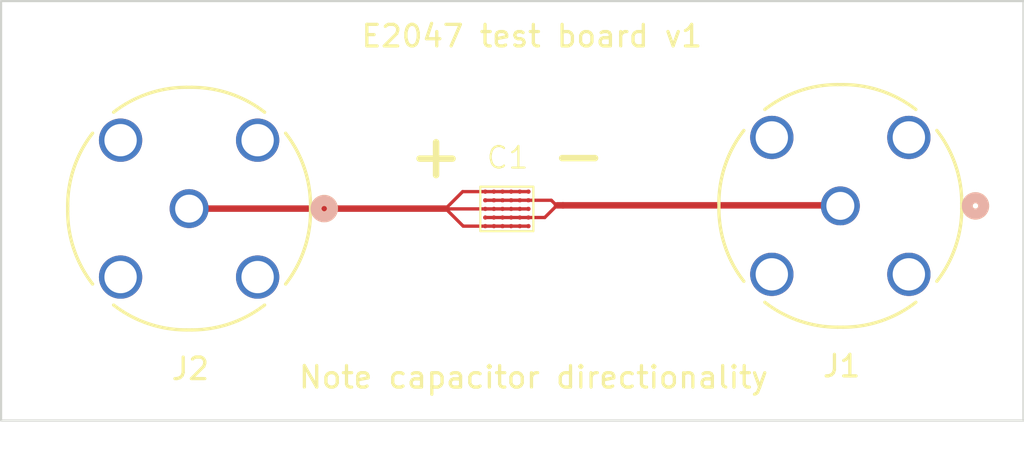
<source format=kicad_pcb>
(kicad_pcb (version 20221018) (generator pcbnew)
  (layers (0 "F.Cu" signal) (31 "B.Cu" signal) (34 "B.Paste" user) (35 "F.Paste" user) (36 "B.SilkS" user "B.Silkscreen") (37 "F.SilkS" user "F.Silkscreen") (38 "B.Mask" user) (39 "F.Mask" user) (44 "Edge.Cuts" user))
  (net 0 "")
  (net 1 "Net-(C1-Pad1)")
  (net 2 "Net-(C1-Pad2)")
  (footprint "Custom:CONN_112404_AMP" (layer "F.Cu") (at 129.2606 69.7992)
    (fp_text reference "J2" (at 0.06 7.43 unlocked) (layer "F.SilkS"))
    (fp_text value "112404")
    (fp_circle (center 6.2611 0) (end 6.6421 0) (stroke (width 0.508)) (fill none) (layer "B.SilkS"))
    (fp_line (start -5.6261 -0.127) (end -5.6261 0.127) (stroke (width 0.1524)) (layer "F.SilkS"))
    (fp_line (start -0.127 5.6261) (end 0.127 5.6261) (stroke (width 0.1524)) (layer "F.SilkS"))
    (fp_line (start 0.127 -5.6261) (end -0.127 -5.6261) (stroke (width 0.1524)) (layer "F.SilkS"))
    (fp_line (start 5.6261 0.127) (end 5.6261 -0.127) (stroke (width 0.1524)) (layer "F.SilkS"))
    (fp_arc (start -5.6261 -0.126996) (mid -5.329389 -1.908925) (end -4.47127 -3.49856) (stroke (width 0.1524)) (layer "F.SilkS"))
    (fp_arc (start -4.471268 3.498563) (mid -5.329387 1.908928) (end -5.6261 0.127) (stroke (width 0.1524)) (layer "F.SilkS"))
    (fp_arc (start -3.498563 -4.471268) (mid -1.908928 -5.329387) (end -0.127 -5.6261) (stroke (width 0.1524)) (layer "F.SilkS"))
    (fp_arc (start -0.126996 5.6261) (mid -1.908925 5.329389) (end -3.49856 4.47127) (stroke (width 0.1524)) (layer "F.SilkS"))
    (fp_arc (start 0.127 -5.6261) (mid 1.908928 -5.329387) (end 3.498563 -4.471268) (stroke (width 0.1524)) (layer "F.SilkS"))
    (fp_arc (start 3.498563 4.471268) (mid 1.908928 5.329387) (end 0.127 5.6261) (stroke (width 0.1524)) (layer "F.SilkS"))
    (fp_arc (start 4.471268 -3.498563) (mid 5.329387 -1.908928) (end 5.6261 -0.127) (stroke (width 0.1524)) (layer "F.SilkS"))
    (fp_arc (start 5.6261 0.127) (mid 5.329388 1.908926) (end 4.471271 3.498559) (stroke (width 0.1524)) (layer "F.SilkS"))
    (fp_circle (center 6.2611 0) (end 6.6421 0) (stroke (width 0.508)) (fill none) (layer "F.SilkS"))
    (pad "1" thru_hole circle (at 0 0) (size 1.8034 1.8034) (drill 1.2954) (layers "*.Cu" "*.Mask") (net 1 "Net-(C1-Pad1)"))
    (pad "2" thru_hole circle (at -3.175 -3.175) (size 2.0066 2.0066) (drill 1.4986) (layers "*.Cu" "*.Mask"))
    (pad "3" thru_hole circle (at 3.175 -3.175) (size 2.0066 2.0066) (drill 1.4986) (layers "*.Cu" "*.Mask"))
    (pad "4" thru_hole circle (at -3.175 3.175) (size 2.0066 2.0066) (drill 1.4986) (layers "*.Cu" "*.Mask"))
    (pad "5" thru_hole circle (at 3.175 3.175) (size 2.0066 2.0066) (drill 1.4986) (layers "*.Cu" "*.Mask"))
  )
  (footprint "Custom:EC2047 parallel" (layer "F.Cu") (at 143.9832 70.612)
    (fp_text reference "C1" (at 0.0348 -3.175 unlocked) (layer "F.SilkS") (effects (font (thickness 0.1))))
    (fp_text value "C_Polarized")
    (fp_rect (start -1.229 -1.832) (end 1.229 0.233) (stroke (width 0.1)) (fill none) (layer "F.SilkS"))
    (pad "1" smd circle (at 1 0) (size 0.2 0.2) (layers "F.Cu" "F.Paste" "F.Mask") (net 1 "Net-(C1-Pad1)"))
    (pad "2" smd circle (at 0.6 0) (size 0.2 0.2) (layers "F.Cu" "F.Paste" "F.Mask") (net 1 "Net-(C1-Pad1)"))
    (pad "3" smd circle (at 0.2 0) (size 0.2 0.2) (layers "F.Cu" "F.Paste" "F.Mask") (net 1 "Net-(C1-Pad1)"))
    (pad "4" smd circle (at -0.2 0) (size 0.2 0.2) (layers "F.Cu" "F.Paste" "F.Mask") (net 1 "Net-(C1-Pad1)"))
    (pad "5" smd circle (at -0.6 0) (size 0.2 0.2) (layers "F.Cu" "F.Paste" "F.Mask") (net 1 "Net-(C1-Pad1)"))
    (pad "6" smd circle (at -1 0) (size 0.2 0.2) (layers "F.Cu" "F.Paste" "F.Mask") (net 1 "Net-(C1-Pad1)"))
    (pad "7" smd circle (at 1 -0.4) (size 0.2 0.2) (layers "F.Cu" "F.Paste" "F.Mask") (net 2 "Net-(C1-Pad2)"))
    (pad "8" smd circle (at 0.6 -0.4) (size 0.2 0.2) (layers "F.Cu" "F.Paste" "F.Mask") (net 2 "Net-(C1-Pad2)"))
    (pad "9" smd circle (at 0.2 -0.4) (size 0.2 0.2) (layers "F.Cu" "F.Paste" "F.Mask") (net 2 "Net-(C1-Pad2)"))
    (pad "10" smd circle (at -0.2 -0.4) (size 0.2 0.2) (layers "F.Cu" "F.Paste" "F.Mask") (net 2 "Net-(C1-Pad2)"))
    (pad "11" smd circle (at -0.6 -0.4) (size 0.2 0.2) (layers "F.Cu" "F.Paste" "F.Mask") (net 2 "Net-(C1-Pad2)"))
    (pad "12" smd circle (at -1 -0.4) (size 0.2 0.2) (layers "F.Cu" "F.Paste" "F.Mask") (net 2 "Net-(C1-Pad2)"))
    (pad "13" smd circle (at 1 -0.8) (size 0.2 0.2) (layers "F.Cu" "F.Paste" "F.Mask") (net 1 "Net-(C1-Pad1)"))
    (pad "14" smd circle (at 0.6 -0.8) (size 0.2 0.2) (layers "F.Cu" "F.Paste" "F.Mask") (net 1 "Net-(C1-Pad1)"))
    (pad "15" smd circle (at 0.2 -0.8) (size 0.2 0.2) (layers "F.Cu" "F.Paste" "F.Mask") (net 1 "Net-(C1-Pad1)"))
    (pad "16" smd circle (at -0.2 -0.8) (size 0.2 0.2) (layers "F.Cu" "F.Paste" "F.Mask") (net 1 "Net-(C1-Pad1)"))
    (pad "17" smd circle (at -0.6 -0.8) (size 0.2 0.2) (layers "F.Cu" "F.Paste" "F.Mask") (net 1 "Net-(C1-Pad1)"))
    (pad "18" smd circle (at -1 -0.8) (size 0.2 0.2) (layers "F.Cu" "F.Paste" "F.Mask") (net 1 "Net-(C1-Pad1)"))
    (pad "19" smd circle (at 1 -1.2) (size 0.2 0.2) (layers "F.Cu" "F.Paste" "F.Mask") (net 2 "Net-(C1-Pad2)"))
    (pad "20" smd circle (at 0.6 -1.2) (size 0.2 0.2) (layers "F.Cu" "F.Paste" "F.Mask") (net 2 "Net-(C1-Pad2)"))
    (pad "21" smd circle (at 0.2 -1.2) (size 0.2 0.2) (layers "F.Cu" "F.Paste" "F.Mask") (net 2 "Net-(C1-Pad2)"))
    (pad "22" smd circle (at -0.2 -1.2) (size 0.2 0.2) (layers "F.Cu" "F.Paste" "F.Mask") (net 2 "Net-(C1-Pad2)"))
    (pad "23" smd circle (at -0.6 -1.2) (size 0.2 0.2) (layers "F.Cu" "F.Paste" "F.Mask") (net 2 "Net-(C1-Pad2)"))
    (pad "24" smd circle (at -1 -1.2) (size 0.2 0.2) (layers "F.Cu" "F.Paste" "F.Mask") (net 2 "Net-(C1-Pad2)"))
    (pad "25" smd circle (at 1 -1.6) (size 0.2 0.2) (layers "F.Cu" "F.Paste" "F.Mask") (net 1 "Net-(C1-Pad1)"))
    (pad "26" smd circle (at 0.6 -1.6) (size 0.2 0.2) (layers "F.Cu" "F.Paste" "F.Mask") (net 1 "Net-(C1-Pad1)"))
    (pad "27" smd circle (at 0.2 -1.6) (size 0.2 0.2) (layers "F.Cu" "F.Paste" "F.Mask") (net 1 "Net-(C1-Pad1)"))
    (pad "28" smd circle (at -0.2 -1.6) (size 0.2 0.2) (layers "F.Cu" "F.Paste" "F.Mask") (net 1 "Net-(C1-Pad1)"))
    (pad "29" smd circle (at -0.6 -1.6) (size 0.2 0.2) (layers "F.Cu" "F.Paste" "F.Mask") (net 1 "Net-(C1-Pad1)"))
    (pad "30" smd circle (at -1 -1.6) (size 0.2 0.2) (layers "F.Cu" "F.Paste" "F.Mask") (net 1 "Net-(C1-Pad1)"))
  )
  (footprint "Custom:CONN_112404_AMP" (layer "F.Cu") (at 159.4358 69.6722)
    (fp_text reference "J1" (at 0.06 7.43 unlocked) (layer "F.SilkS"))
    (fp_text value "112404")
    (fp_circle (center 6.2611 0) (end 6.6421 0) (stroke (width 0.508)) (fill none) (layer "B.SilkS"))
    (fp_line (start -5.6261 -0.127) (end -5.6261 0.127) (stroke (width 0.1524)) (layer "F.SilkS"))
    (fp_line (start -0.127 5.6261) (end 0.127 5.6261) (stroke (width 0.1524)) (layer "F.SilkS"))
    (fp_line (start 0.127 -5.6261) (end -0.127 -5.6261) (stroke (width 0.1524)) (layer "F.SilkS"))
    (fp_line (start 5.6261 0.127) (end 5.6261 -0.127) (stroke (width 0.1524)) (layer "F.SilkS"))
    (fp_arc (start -5.6261 -0.126996) (mid -5.329389 -1.908925) (end -4.47127 -3.49856) (stroke (width 0.1524)) (layer "F.SilkS"))
    (fp_arc (start -4.471268 3.498563) (mid -5.329387 1.908928) (end -5.6261 0.127) (stroke (width 0.1524)) (layer "F.SilkS"))
    (fp_arc (start -3.498563 -4.471268) (mid -1.908928 -5.329387) (end -0.127 -5.6261) (stroke (width 0.1524)) (layer "F.SilkS"))
    (fp_arc (start -0.126996 5.6261) (mid -1.908925 5.329389) (end -3.49856 4.47127) (stroke (width 0.1524)) (layer "F.SilkS"))
    (fp_arc (start 0.127 -5.6261) (mid 1.908928 -5.329387) (end 3.498563 -4.471268) (stroke (width 0.1524)) (layer "F.SilkS"))
    (fp_arc (start 3.498563 4.471268) (mid 1.908928 5.329387) (end 0.127 5.6261) (stroke (width 0.1524)) (layer "F.SilkS"))
    (fp_arc (start 4.471268 -3.498563) (mid 5.329387 -1.908928) (end 5.6261 -0.127) (stroke (width 0.1524)) (layer "F.SilkS"))
    (fp_arc (start 5.6261 0.127) (mid 5.329388 1.908926) (end 4.471271 3.498559) (stroke (width 0.1524)) (layer "F.SilkS"))
    (fp_circle (center 6.2611 0) (end 6.6421 0) (stroke (width 0.508)) (fill none) (layer "F.SilkS"))
    (pad "1" thru_hole circle (at 0 0) (size 1.8034 1.8034) (drill 1.2954) (layers "*.Cu" "*.Mask") (net 2 "Net-(C1-Pad2)"))
    (pad "2" thru_hole circle (at -3.175 -3.175) (size 2.0066 2.0066) (drill 1.4986) (layers "*.Cu" "*.Mask"))
    (pad "3" thru_hole circle (at 3.175 -3.175) (size 2.0066 2.0066) (drill 1.4986) (layers "*.Cu" "*.Mask"))
    (pad "4" thru_hole circle (at -3.175 3.175) (size 2.0066 2.0066) (drill 1.4986) (layers "*.Cu" "*.Mask"))
    (pad "5" thru_hole circle (at 3.175 3.175) (size 2.0066 2.0066) (drill 1.4986) (layers "*.Cu" "*.Mask"))
  )
  (gr_rect (start 120.5484 60.1726) (end 167.9194 79.629) (stroke (width 0.1)) (fill none) (layer "Edge.Cuts"))
  (gr_text "Note capacitor directionality" (at 134.2644 78.2066) (layer "F.SilkS") (effects (font (size 1 1)) (justify left bottom)))
  (gr_text "E2047 test board v1" (at 137.16 62.3824) (layer "F.SilkS") (effects (font (size 1 1)) (justify left bottom)))
  (gr_text "-" (at 145.8722 68.4784) (layer "F.SilkS") (effects (font (size 2 2) (thickness 0.3)) (justify left bottom)))
  (gr_text "+" (at 139.2682 68.5038) (layer "F.SilkS") (effects (font (size 2 2) (thickness 0.3)) (justify left bottom)))
  (segment (start 141.1606 69.812) (end 141.1478 69.7992) (width 0.15) (layer "F.Cu") (net 1))
  (segment (start 144.9832 70.612) (end 142.9832 70.612) (width 0.1524) (layer "F.Cu") (net 1))
  (segment (start 141.224 69.723) (end 141.1478 69.7992) (width 0.15) (layer "F.Cu") (net 1))
  (segment (start 141.1478 69.7992) (end 129.2606 69.7992) (width 0.3) (layer "F.Cu") (net 1))
  (segment (start 144.9832 69.812) (end 142.9832 69.812) (width 0.1524) (layer "F.Cu") (net 1))
  (segment (start 141.9606 70.612) (end 141.1606 69.812) (width 0.1524) (layer "F.Cu") (net 1))
  (segment (start 142.9832 70.612) (end 141.9606 70.612) (width 0.1524) (layer "F.Cu") (net 1))
  (segment (start 142.9832 69.812) (end 141.1606 69.812) (width 0.1524) (layer "F.Cu") (net 1))
  (segment (start 141.935 69.012) (end 141.224 69.723) (width 0.1524) (layer "F.Cu") (net 1))
  (segment (start 144.9832 69.012) (end 142.9832 69.012) (width 0.1524) (layer "F.Cu") (net 1))
  (segment (start 142.9832 69.012) (end 141.935 69.012) (width 0.1524) (layer "F.Cu") (net 1))
  (segment (start 142.9832 69.412) (end 146.0438 69.412) (width 0.1524) (layer "F.Cu") (net 2))
  (segment (start 146.5834 69.6468) (end 159.4104 69.6468) (width 0.3) (layer "F.Cu") (net 2))
  (segment (start 146.304 69.6468) (end 146.5834 69.6468) (width 0.3) (layer "F.Cu") (net 2))
  (segment (start 146.0438 69.412) (end 146.2786 69.6468) (width 0.1524) (layer "F.Cu") (net 2))
  (segment (start 159.4104 69.6468) (end 159.4358 69.6722) (width 0.15) (layer "F.Cu") (net 2))
  (segment (start 146.2786 69.6468) (end 146.5834 69.6468) (width 0.15) (layer "F.Cu") (net 2))
  (segment (start 145.7388 70.212) (end 146.304 69.6468) (width 0.1524) (layer "F.Cu") (net 2))
  (segment (start 142.9832 70.212) (end 145.7388 70.212) (width 0.1524) (layer "F.Cu") (net 2))
)
</source>
